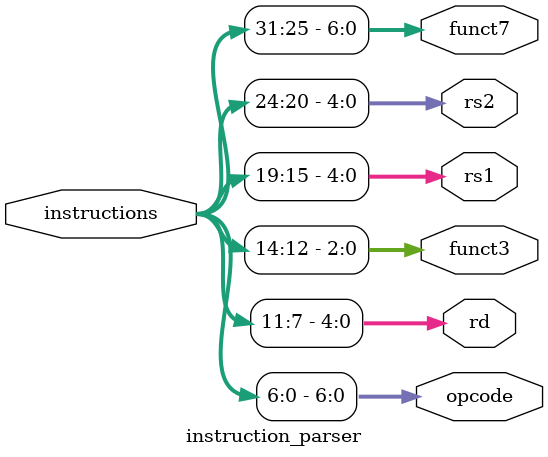
<source format=v>
`timescale 1ns / 1ps

module instruction_parser(
    input [31:0] instructions,
    output [6:0] opcode,
    output [4:0] rd,
    output [2:0] funct3,
    output [4:0] rs1,
    output [4:0] rs2,
    output [6:0] funct7  
    );
    
    assign opcode = instructions[6:0];
    assign rd = instructions[11:7];
    assign funct3 = instructions[14:12];
    assign rs1 = instructions[19:15];
    assign rs2 = instructions[24:20];
    assign funct7 = instructions[31:25];
    
endmodule

</source>
